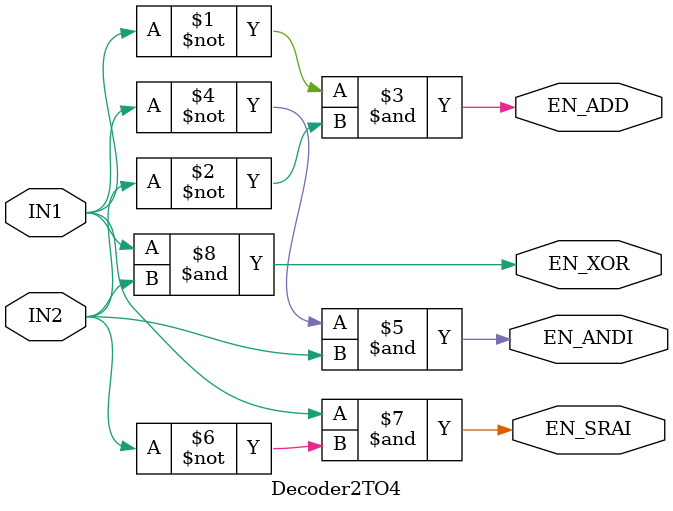
<source format=v>


// The result of translation follows.  Its copyright status should be
// considered unchanged from the original VHDL.

// no timescale needed

module Decoder2TO4(
input wire IN1,
input wire IN2,
output wire EN_ADD,
output wire EN_ANDI,
output wire EN_SRAI,
output wire EN_XOR
);





  assign EN_ADD =  ~(IN1) &  ~(IN2);
  assign EN_ANDI =  ~(IN1) & (IN2);
  assign EN_SRAI = (IN1) &  ~(IN2);
  assign EN_XOR = IN1 & IN2;

endmodule

</source>
